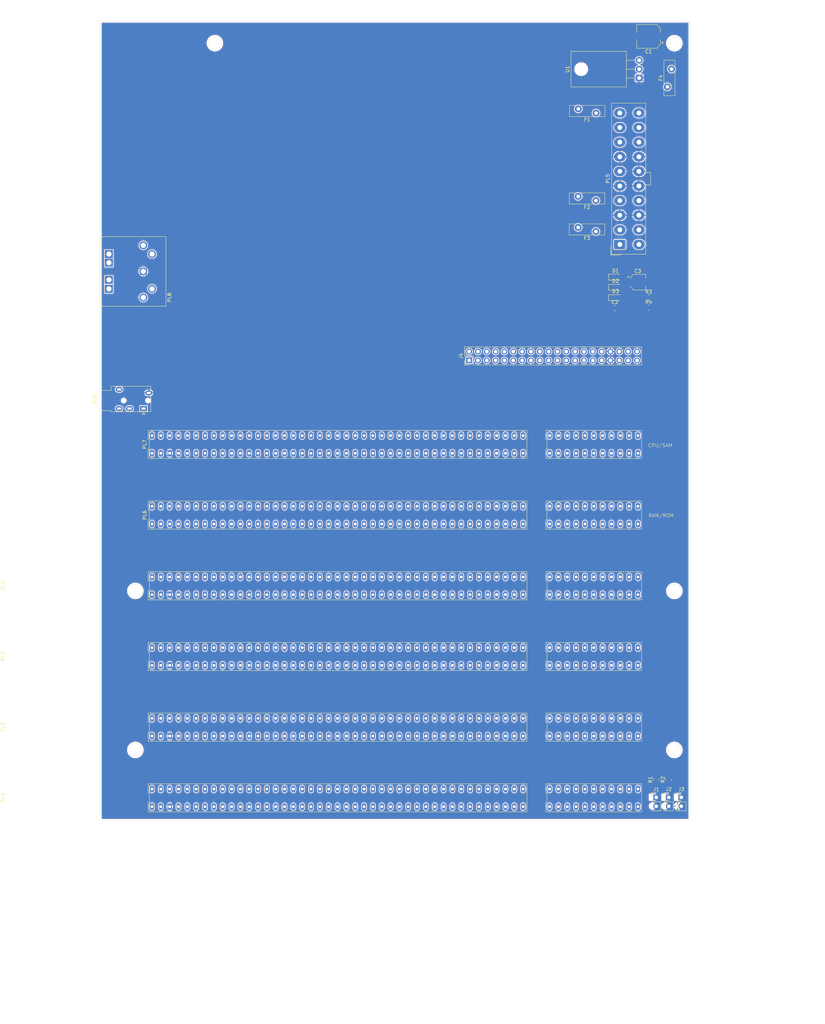
<source format=kicad_pcb>
(kicad_pcb (version 20240108) (generator "pcbnew") (generator_version "8.0")
  (title_block (date "2025-02-14"))
  (layers (0 "F.Cu" signal) (31 "B.Cu" signal) (34 "B.Paste" user) (35 "F.Paste" user) (36 "B.SilkS" user "B.Silkscreen") (37 "F.SilkS" user "F.Silkscreen") (38 "B.Mask" user) (39 "F.Mask" user) (44 "Edge.Cuts" user))
  (net 0 "")
  (net 1 "Z13")
  (net 2 "D7")
  (net 3 "Z3")
  (net 4 "Z2")
  (net 5 "A7")
  (net 6 "P0")
  (net 7 "Z16")
  (net 8 "GM2")
  (net 9 "S3")
  (net 10 "BS")
  (net 11 "AD1")
  (net 12 "Z12")
  (net 13 "Z15")
  (net 14 "D6")
  (net 15 "TSC")
  (net 16 "GND")
  (net 17 "Z8")
  (net 18 "Z1")
  (net 19 "-5V")
  (net 20 "AUDIO_M")
  (net 21 "EAR")
  (net 22 "AVMA")
  (net 23 "R1")
  (net 24 "Z19")
  (net 25 "Z5")
  (net 26 "~{NMI}")
  (net 27 "A4")
  (net 28 "A3")
  (net 29 "P2")
  (net 30 "~{FIRQ}p")
  (net 32 "GM1")
  (net 33 "A5")
  (net 34 "Z18")
  (net 35 "AD2")
  (net 36 "~{RESET}")
  (net 37 "D0")
  (net 38 "DL4")
  (net 39 "CPU_BUSY")
  (net 40 "D4")
  (net 41 "BA")
  (net 42 "DL2")
  (net 43 "A11")
  (net 44 "Z10")
  (net 45 "DL5")
  (net 46 "MIC")
  (net 47 "~{IRQ}")
  (net 48 "Z14")
  (net 49 "S4")
  (net 50 "E")
  (net 51 "A1")
  (net 52 "~{A}{slash}G")
  (net 54 "DL3")
  (net 55 "DL7")
  (net 56 "R0")
  (net 57 "D3")
  (net 58 "R2")
  (net 59 "CART")
  (net 60 "A13")
  (net 62 "Z9")
  (net 63 "Q")
  (net 64 "Z7")
  (net 65 "~{HALT}")
  (net 66 "P1")
  (net 67 "A8")
  (net 68 "DL1")
  (net 69 "~{FIRQ}")
  (net 70 "Z21")
  (net 71 "CSS")
  (net 72 "AUDIO_L")
  (net 73 "LIC")
  (net 74 "Z4")
  (net 76 "D1")
  (net 77 "DL0")
  (net 78 "Net-(PL5-+12V)")
  (net 79 "D5")
  (net 80 "R{slash}~{W}")
  (net 81 "A14")
  (net 82 "A10")
  (net 83 "Net-(F2-Pad1)")
  (net 84 "D2")
  (net 85 "~{NMI}p")
  (net 86 "~{IRQ}p")
  (net 87 "AUDIO_R")
  (net 88 "A12")
  (net 89 "A9")
  (net 90 "A0")
  (net 91 "Net-(F3-Pad1)")
  (net 92 "S2")
  (net 93 "+3V3")
  (net 94 "Net-(PL5--12V)")
  (net 95 "MOTOR")
  (net 96 "S1")
  (net 97 "A6")
  (net 98 "Net-(U1-VI)")
  (net 99 "Z11")
  (net 100 "GM0")
  (net 101 "-12V")
  (net 102 "Z20")
  (net 103 "S0")
  (net 104 "Net-(J1-Pin_1)")
  (net 105 "Z0")
  (net 106 "Z17")
  (net 107 "+12V")
  (net 108 "DL6")
  (net 109 "Net-(J1-Pin_2)")
  (net 110 "Net-(J2-Pin_2)")
  (net 111 "Net-(J2-Pin_1)")
  (net 112 "A15")
  (net 113 "Z6")
  (net 114 "+3.3V")
  (net 115 "A2")
  (net 118 "Composite")
  (net 119 "Chroma")
  (net 120 "Luma")
  (net 121 "EXTMEN")
  (net 126 "ESND")
  (net 129 "MOTOR1")
  (net 130 "MOTOR2")
  (net 131 "Net-(D1-K)")
  (net 132 "~{RES}")
  (net 133 "VCLK")
  (net 134 "+5V")
  (footprint "Fuse:Fuse_Bourns_MF-RHT400" (layer "F.Cu") (at 173.6852 88.519 180)
    (property "Reference" "F3")
    (property "Value" "Polyfuse_Small")
  )
  (footprint "Connector_Audio:Jack_3.5mm_PJ320E_Horizontal" (layer "F.Cu") (at 43.6358 139.3994 90)
    (property "Reference" "PL9")
    (property "Value" "COMPOSITE")
  )
  (footprint "Resistor_SMD:R_0805_2012Metric_Pad1.20x1.40mm_HandSolder" (layer "F.Cu") (at 188.8744 107.4682)
    (property "Reference" "R3")
    (property "Value" "100K")
  )
  (footprint "Library:DIN-5_DELTRON_671-0501_45deg_Horizontal" (layer "F.Cu") (at 43.5804 107.4782)
    (property "Reference" "PL8")
    (property "Value" "DIN-5 (180) Cassette")
  )
  (footprint "Library:Card_Edge" (layer "F.Cu") (at 117.1668 190.246)
    (property "Reference" "PL1")
    (property "Value" "Slot1")
  )
  (footprint "Diode_SMD:D_SOD-323_HandSoldering" (layer "F.Cu") (at 179.3294 107.5182)
    (property "Reference" "D3")
    (property "Value" "1N914")
  )
  (footprint "Capacitor_SMD:CP_Elec_6.3x5.4_Nichicon" (layer "F.Cu") (at 188.8236 32.4104 180)
    (property "Reference" "C1")
    (property "Value" "220uF")
  )
  (footprint "Fuse:Fuse_Bourns_MF-RHT400" (layer "F.Cu") (at 173.736 54.4576 180)
    (property "Reference" "F1")
    (property "Value" "Polyfuse_Small")
  )
  (footprint "Connector_PinHeader_2.54mm:PinHeader_2x20_P2.54mm_Vertical" (layer "F.Cu") (at 137.2362 125.5522 90)
    (property "Reference" "J4")
    (property "Value" "CARTRIDGE EDGE")
  )
  (footprint "Connector_PinHeader_2.54mm:PinHeader_1x02_P2.54mm_Vertical" (layer "F.Cu") (at 194.6402 251.1806)
    (property "Reference" "J2")
    (property "Value" "PWR_LED")
  )
  (footprint "Library:Card_Edge" (layer "F.Cu") (at 117.1668 169.926)
    (property "Reference" "PL6")
    (property "Value" "Slot1")
  )
  (footprint "Library:Card_Edge" (layer "F.Cu") (at 117.1668 251.206)
    (property "Reference" "PL4")
    (property "Value" "Slot1")
  )
  (footprint "Connector_PinHeader_2.54mm:PinHeader_1x02_P2.54mm_Vertical" (layer "F.Cu") (at 198.247 251.1806)
    (property "Reference" "J3")
    (property "Value" "RESET")
  )
  (footprint "Capacitor_SMD:CP_Elec_4x4.5" (layer "F.Cu") (at 185.7244 103.0682)
    (property "Reference" "C3")
    (property "Value" "1uF")
  )
  (footprint "Diode_SMD:D_SOD-323_HandSoldering" (layer "F.Cu") (at 179.3294 104.5682)
    (property "Reference" "D2")
    (property "Value" "1N914")
  )
  (footprint "Connector_Molex:Molex_Mini-Fit_Jr_5566-20A_2x10_P4.20mm_Vertical" (layer "F.Cu") (at 180.555 92.2216 90)
    (property "Reference" "PL5")
    (property "Value" "ATX-20")
  )
  (footprint "Fuse:Fuse_Bourns_MF-RHT400" (layer "F.Cu") (at 173.6852 79.6036 180)
    (property "Reference" "F2")
    (property "Value" "Polyfuse_Small")
  )
  (footprint "Connector_PinHeader_2.54mm:PinHeader_1x02_P2.54mm_Vertical" (layer "F.Cu") (at 191.0334 251.1806)
    (property "Reference" "J1")
    (property "Value" "PWR_SWITCH")
  )
  (footprint "Resistor_SMD:R_0805_2012Metric_Pad1.20x1.40mm_HandSolder" (layer "F.Cu") (at 188.8744 110.4182)
    (property "Reference" "R4")
    (property "Value" "100K")
  )
  (footprint "Fuse:Fuse_Bourns_MF-RHT400" (layer "F.Cu") (at 194.2338 46.9138 90)
    (property "Reference" "F4")
    (property "Value" "Polyfuse_Small")
  )
  (footprint "Capacitor_SMD:C_0805_2012Metric_Pad1.18x1.45mm_HandSolder" (layer "F.Cu") (at 179.1644 110.4982)
    (property "Reference" "C2")
    (property "Value" "0.1uF")
  )
  (footprint "Library:Card_Edge" (layer "F.Cu") (at 117.1668 210.566)
    (property "Reference" "PL2")
    (property "Value" "Slot1")
  )
  (footprint "Diode_SMD:D_SOD-323_HandSoldering" (layer "F.Cu") (at 179.3294 101.6182)
    (property "Reference" "D1")
    (property "Value" "1N914")
  )
  (footprint "Library:Card_Edge" (layer "F.Cu") (at 117.1668 230.886)
    (property "Reference" "PL3")
    (property "Value" "Slot1")
  )
  (footprint "Resistor_SMD:R_0805_2012Metric_Pad1.20x1.40mm_HandSolder" (layer "F.Cu") (at 191.0352 246.0752 -90)
    (property "Reference" "R1")
    (property "Value" "4K7")
  )
  (footprint "Resistor_SMD:R_0805_2012Metric_Pad1.20x1.40mm_HandSolder" (layer "F.Cu") (at 194.5894 246.0752 90)
    (property "Reference" "R2")
    (property "Value" "4K7")
  )
  (footprint "Library:Card_Edge" (layer "F.Cu") (at 117.1668 149.606)
    (property "Reference" "PL7")
    (property "Value" "Slot1")
  )
  (footprint "Package_TO_SOT_THT:TO-220-3_Horizontal_TabDown" (layer "F.Cu") (at 186.1156 44.3738 90)
    (property "Reference" "U1")
    (property "Value" "TSN 1-2450")
  )
  (gr_circle (center 196.2404 191.8208) (end 198.1454 191.8208) (stroke (width 0.05)) (fill none) (layer "Edge.Cuts"))
  (gr_circle (center 196.2404 34.3662) (end 198.1454 34.3662) (stroke (width 0.05)) (fill none) (layer "Edge.Cuts"))
  (gr_rect (start 31.1404 27.9908) (end 200.787 257.8354) (stroke (width 0.05)) (fill none) (layer "Edge.Cuts"))
  (gr_circle (center 41.3004 191.8208) (end 43.2054 191.8208) (stroke (width 0.05)) (fill none) (layer "Edge.Cuts"))
  (gr_circle (center 41.3004 237.5408) (end 43.2054 237.5408) (stroke (width 0.05)) (fill none) (layer "Edge.Cuts"))
  (gr_circle (center 64.1604 34.3662) (end 66.0654 34.3662) (stroke (width 0.05)) (fill none) (layer "Edge.Cuts"))
  (gr_circle (center 196.2404 237.5408) (end 198.1454 237.5408) (stroke (width 0.05)) (fill none) (layer "Edge.Cuts"))
  (gr_text "RAM/ROM" (at 188.7474 170.7388 0) (layer "F.SilkS") (effects (font (size 1 1) (thickness 0.1)) (justify left bottom)))
  (gr_text "CPU/SAM" (at 188.595 150.5712 0) (layer "F.SilkS") (effects (font (size 1 1) (thickness 0.1)) (justify left bottom)))
  (zone (net 16) (net_name "GND") (layers "F&B.Cu") (connect_pads (clearance 0.25)) (min_thickness 0.2) (fill yes (thermal_gap 0.3) (thermal_bridge_width 0.2))
    (polygon (pts (xy 200.787 257.8354) (xy 200.787 27.9908) (xy 31.1658 27.9908) (xy 31.1404 257.8354)))
  )
)
</source>
